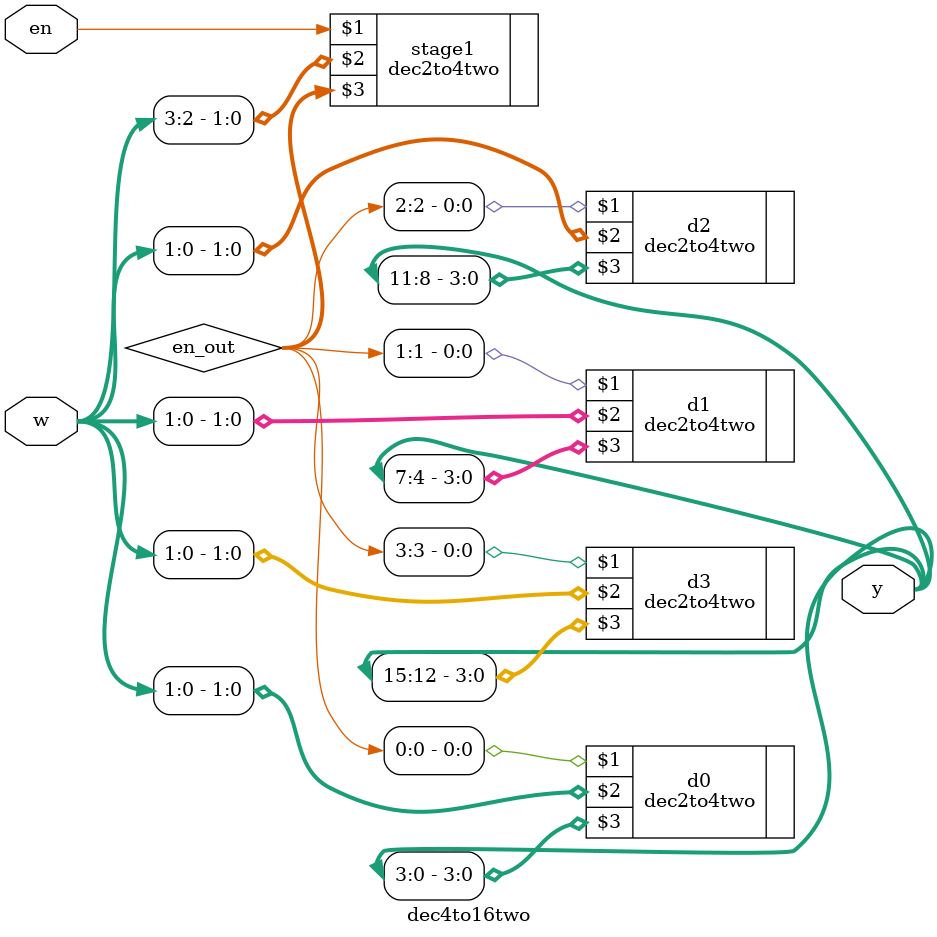
<source format=v>
`include "dec2to4two.v"

module dec4to16two(en, w, y);
  input en;
  input [3:0] w;
  output [15:0] y;

  wire [3:0] en_out;  // Enables for the four lower decoders

  // First stage: Generate enables
  dec2to4two stage1(en, w[3:2], en_out);

  // Second stage: Four 2-to-4 decoders
  dec2to4two d0(en_out[0], w[1:0], y[3:0]);
  dec2to4two d1(en_out[1], w[1:0], y[7:4]);
  dec2to4two d2(en_out[2], w[1:0], y[11:8]);
  dec2to4two d3(en_out[3], w[1:0], y[15:12]);

endmodule


</source>
